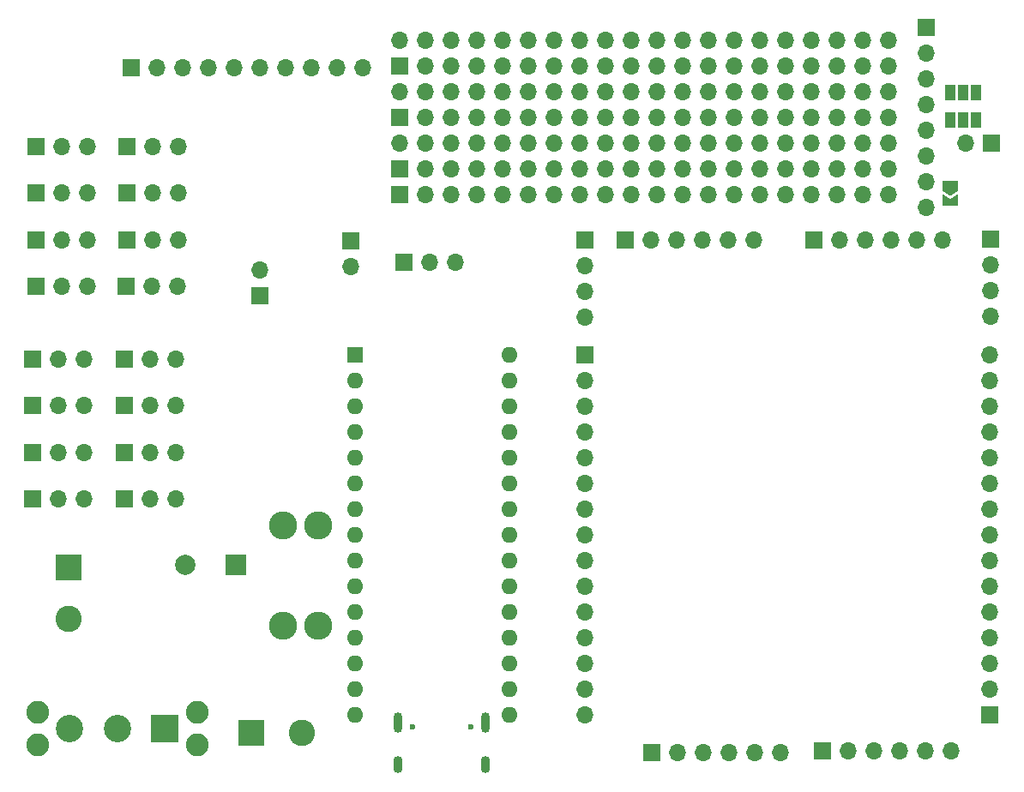
<source format=gbr>
%TF.GenerationSoftware,KiCad,Pcbnew,(6.0.1)*%
%TF.CreationDate,2022-03-16T14:28:33-04:00*%
%TF.ProjectId,2_679_PCB,325f3637-395f-4504-9342-2e6b69636164,rev?*%
%TF.SameCoordinates,Original*%
%TF.FileFunction,Soldermask,Bot*%
%TF.FilePolarity,Negative*%
%FSLAX46Y46*%
G04 Gerber Fmt 4.6, Leading zero omitted, Abs format (unit mm)*
G04 Created by KiCad (PCBNEW (6.0.1)) date 2022-03-16 14:28:33*
%MOMM*%
%LPD*%
G01*
G04 APERTURE LIST*
G04 Aperture macros list*
%AMFreePoly0*
4,1,6,1.000000,0.000000,0.500000,-0.750000,-0.500000,-0.750000,-0.500000,0.750000,0.500000,0.750000,1.000000,0.000000,1.000000,0.000000,$1*%
%AMFreePoly1*
4,1,6,0.500000,-0.750000,-0.650000,-0.750000,-0.150000,0.000000,-0.650000,0.750000,0.500000,0.750000,0.500000,-0.750000,0.500000,-0.750000,$1*%
G04 Aperture macros list end*
%ADD10R,1.700000X1.700000*%
%ADD11O,1.700000X1.700000*%
%ADD12R,2.700000X2.700000*%
%ADD13C,2.700000*%
%ADD14C,2.250000*%
%ADD15R,2.600000X2.600000*%
%ADD16C,2.600000*%
%ADD17C,2.780000*%
%ADD18R,1.600000X1.600000*%
%ADD19O,1.600000X1.600000*%
%ADD20R,2.000000X2.000000*%
%ADD21C,2.000000*%
%ADD22C,0.600000*%
%ADD23O,0.900000X2.000000*%
%ADD24O,0.900000X1.700000*%
%ADD25R,1.000000X1.500000*%
%ADD26FreePoly0,270.000000*%
%ADD27FreePoly1,270.000000*%
G04 APERTURE END LIST*
D10*
%TO.C,J14*%
X162000000Y-98500000D03*
D11*
X164540000Y-98500000D03*
X167080000Y-98500000D03*
X169620000Y-98500000D03*
X172160000Y-98500000D03*
X174700000Y-98500000D03*
%TD*%
D10*
%TO.C,J24*%
X103775000Y-89275000D03*
D11*
X106315000Y-89275000D03*
X108855000Y-89275000D03*
%TD*%
D10*
%TO.C,J20*%
X103775000Y-103075000D03*
D11*
X106315000Y-103075000D03*
X108855000Y-103075000D03*
%TD*%
D10*
%TO.C,REF\u002A\u002A*%
X139700000Y-91440000D03*
D11*
X139700000Y-88900000D03*
X142240000Y-91440000D03*
X142240000Y-88900000D03*
X144780000Y-91440000D03*
X144780000Y-88900000D03*
X147320000Y-91440000D03*
X147320000Y-88900000D03*
X149860000Y-91440000D03*
X149860000Y-88900000D03*
X152400000Y-91440000D03*
X152400000Y-88900000D03*
X154940000Y-91440000D03*
X154940000Y-88900000D03*
X157480000Y-91440000D03*
X157480000Y-88900000D03*
X160020000Y-91440000D03*
X160020000Y-88900000D03*
X162560000Y-91440000D03*
X162560000Y-88900000D03*
X165100000Y-91440000D03*
X165100000Y-88900000D03*
X167640000Y-91440000D03*
X167640000Y-88900000D03*
X170180000Y-91440000D03*
X170180000Y-88900000D03*
X172720000Y-91440000D03*
X172720000Y-88900000D03*
X175260000Y-91440000D03*
X175260000Y-88900000D03*
X177800000Y-91440000D03*
X177800000Y-88900000D03*
X180340000Y-91440000D03*
X180340000Y-88900000D03*
X182880000Y-91440000D03*
X182880000Y-88900000D03*
X185420000Y-91440000D03*
X185420000Y-88900000D03*
X187960000Y-91440000D03*
X187960000Y-88900000D03*
%TD*%
D10*
%TO.C,REF\u002A\u002A*%
X139700000Y-81280000D03*
D11*
X139700000Y-78740000D03*
X142240000Y-81280000D03*
X142240000Y-78740000D03*
X144780000Y-81280000D03*
X144780000Y-78740000D03*
X147320000Y-81280000D03*
X147320000Y-78740000D03*
X149860000Y-81280000D03*
X149860000Y-78740000D03*
X152400000Y-81280000D03*
X152400000Y-78740000D03*
X154940000Y-81280000D03*
X154940000Y-78740000D03*
X157480000Y-81280000D03*
X157480000Y-78740000D03*
X160020000Y-81280000D03*
X160020000Y-78740000D03*
X162560000Y-81280000D03*
X162560000Y-78740000D03*
X165100000Y-81280000D03*
X165100000Y-78740000D03*
X167640000Y-81280000D03*
X167640000Y-78740000D03*
X170180000Y-81280000D03*
X170180000Y-78740000D03*
X172720000Y-81280000D03*
X172720000Y-78740000D03*
X175260000Y-81280000D03*
X175260000Y-78740000D03*
X177800000Y-81280000D03*
X177800000Y-78740000D03*
X180340000Y-81280000D03*
X180340000Y-78740000D03*
X182880000Y-81280000D03*
X182880000Y-78740000D03*
X185420000Y-81280000D03*
X185420000Y-78740000D03*
X187960000Y-81280000D03*
X187960000Y-78740000D03*
%TD*%
D10*
%TO.C,J4*%
X158000000Y-98460000D03*
D11*
X158000000Y-101000000D03*
X158000000Y-103540000D03*
X158000000Y-106080000D03*
%TD*%
D10*
%TO.C,J12*%
X112500000Y-124075000D03*
D11*
X115040000Y-124075000D03*
X117580000Y-124075000D03*
%TD*%
D10*
%TO.C,R10*%
X125875000Y-104040000D03*
D11*
X125875000Y-101500000D03*
%TD*%
D10*
%TO.C,REF\u002A\u002A*%
X139700000Y-93980000D03*
D11*
X142240000Y-93980000D03*
X144780000Y-93980000D03*
X147320000Y-93980000D03*
X149860000Y-93980000D03*
X152400000Y-93980000D03*
X154940000Y-93980000D03*
X157480000Y-93980000D03*
X160020000Y-93980000D03*
X162560000Y-93980000D03*
X165100000Y-93980000D03*
X167640000Y-93980000D03*
X170180000Y-93980000D03*
X172720000Y-93980000D03*
X175260000Y-93980000D03*
X177800000Y-93980000D03*
X180340000Y-93980000D03*
X182880000Y-93980000D03*
X185420000Y-93980000D03*
X187960000Y-93980000D03*
%TD*%
D10*
%TO.C,JP1*%
X134874000Y-98552000D03*
D11*
X134874000Y-101092000D03*
%TD*%
D12*
%TO.C,SW1*%
X116535200Y-146761200D03*
D13*
X111835200Y-146761200D03*
X107135200Y-146761200D03*
D14*
X119735200Y-148361200D03*
X119735200Y-145161200D03*
X103935200Y-148361200D03*
X103935200Y-145161200D03*
%TD*%
D10*
%TO.C,J28*%
X140096000Y-100711000D03*
D11*
X142636000Y-100711000D03*
X145176000Y-100711000D03*
%TD*%
D10*
%TO.C,J10*%
X112500000Y-114875000D03*
D11*
X115040000Y-114875000D03*
X117580000Y-114875000D03*
%TD*%
D15*
%TO.C,J5*%
X106984800Y-130810000D03*
D16*
X106984800Y-135890000D03*
%TD*%
D10*
%TO.C,J18*%
X198000000Y-98450000D03*
D11*
X198000000Y-100990000D03*
X198000000Y-103530000D03*
X198000000Y-106070000D03*
%TD*%
D10*
%TO.C,J2*%
X158000000Y-109855000D03*
D11*
X158000000Y-112395000D03*
X158000000Y-114935000D03*
X158000000Y-117475000D03*
X158000000Y-120015000D03*
X158000000Y-122555000D03*
X158000000Y-125095000D03*
X158000000Y-127635000D03*
X158000000Y-130175000D03*
X158000000Y-132715000D03*
X158000000Y-135255000D03*
X158000000Y-137795000D03*
X158000000Y-140335000D03*
X158000000Y-142875000D03*
X158000000Y-145415000D03*
%TD*%
D10*
%TO.C,J22*%
X112735000Y-89275000D03*
D11*
X115275000Y-89275000D03*
X117815000Y-89275000D03*
%TD*%
D10*
%TO.C,J25*%
X112735000Y-93875000D03*
D11*
X115275000Y-93875000D03*
X117815000Y-93875000D03*
%TD*%
D10*
%TO.C,J7*%
X103500000Y-119475000D03*
D11*
X106040000Y-119475000D03*
X108580000Y-119475000D03*
%TD*%
D10*
%TO.C,REF\u002A\u002A*%
X139700000Y-86360000D03*
D11*
X139700000Y-83820000D03*
X142240000Y-86360000D03*
X142240000Y-83820000D03*
X144780000Y-86360000D03*
X144780000Y-83820000D03*
X147320000Y-86360000D03*
X147320000Y-83820000D03*
X149860000Y-86360000D03*
X149860000Y-83820000D03*
X152400000Y-86360000D03*
X152400000Y-83820000D03*
X154940000Y-86360000D03*
X154940000Y-83820000D03*
X157480000Y-86360000D03*
X157480000Y-83820000D03*
X160020000Y-86360000D03*
X160020000Y-83820000D03*
X162560000Y-86360000D03*
X162560000Y-83820000D03*
X165100000Y-86360000D03*
X165100000Y-83820000D03*
X167640000Y-86360000D03*
X167640000Y-83820000D03*
X170180000Y-86360000D03*
X170180000Y-83820000D03*
X172720000Y-86360000D03*
X172720000Y-83820000D03*
X175260000Y-86360000D03*
X175260000Y-83820000D03*
X177800000Y-86360000D03*
X177800000Y-83820000D03*
X180340000Y-86360000D03*
X180340000Y-83820000D03*
X182880000Y-86360000D03*
X182880000Y-83820000D03*
X185420000Y-86360000D03*
X185420000Y-83820000D03*
X187960000Y-86360000D03*
X187960000Y-83820000D03*
%TD*%
D17*
%TO.C,F1*%
X128219200Y-136615200D03*
X131619200Y-136615200D03*
X128219200Y-126695200D03*
X131619200Y-126695200D03*
%TD*%
D10*
%TO.C,J27*%
X113161600Y-81509000D03*
D11*
X115701600Y-81509000D03*
X118241600Y-81509000D03*
X120781600Y-81509000D03*
X123321600Y-81509000D03*
X125861600Y-81509000D03*
X128401600Y-81509000D03*
X130941600Y-81509000D03*
X133481600Y-81509000D03*
X136021600Y-81509000D03*
%TD*%
D10*
%TO.C,J9*%
X103500000Y-124075000D03*
D11*
X106040000Y-124075000D03*
X108580000Y-124075000D03*
%TD*%
D10*
%TO.C,J16*%
X180594000Y-98475000D03*
D11*
X183134000Y-98475000D03*
X185674000Y-98475000D03*
X188214000Y-98475000D03*
X190754000Y-98475000D03*
X193294000Y-98475000D03*
%TD*%
D10*
%TO.C,J13*%
X112500000Y-110275000D03*
D11*
X115040000Y-110275000D03*
X117580000Y-110275000D03*
%TD*%
D15*
%TO.C,J1*%
X125069600Y-147218400D03*
D16*
X130069600Y-147218400D03*
%TD*%
D18*
%TO.C,A1*%
X135265000Y-109855000D03*
D19*
X135265000Y-112395000D03*
X135265000Y-114935000D03*
X135265000Y-117475000D03*
X135265000Y-120015000D03*
X135265000Y-122555000D03*
X135265000Y-125095000D03*
X135265000Y-127635000D03*
X135265000Y-130175000D03*
X135265000Y-132715000D03*
X135265000Y-135255000D03*
X135265000Y-137795000D03*
X135265000Y-140335000D03*
X135265000Y-142875000D03*
X135265000Y-145415000D03*
X150505000Y-145415000D03*
X150505000Y-142875000D03*
X150505000Y-140335000D03*
X150505000Y-137795000D03*
X150505000Y-135255000D03*
X150505000Y-132715000D03*
X150505000Y-130175000D03*
X150505000Y-127635000D03*
X150505000Y-125095000D03*
X150505000Y-122555000D03*
X150505000Y-120015000D03*
X150505000Y-117475000D03*
X150505000Y-114935000D03*
X150505000Y-112395000D03*
X150505000Y-109855000D03*
%TD*%
D20*
%TO.C,BZ2*%
X123545600Y-130556000D03*
D21*
X118545600Y-130556000D03*
%TD*%
D10*
%TO.C,J8*%
X103500000Y-110275000D03*
D11*
X106040000Y-110275000D03*
X108580000Y-110275000D03*
%TD*%
D10*
%TO.C,J6*%
X103500000Y-114875000D03*
D11*
X106040000Y-114875000D03*
X108580000Y-114875000D03*
%TD*%
D10*
%TO.C,JP2*%
X198125000Y-88900000D03*
D11*
X195585000Y-88900000D03*
%TD*%
D10*
%TO.C,J17*%
X181460000Y-149000000D03*
D11*
X184000000Y-149000000D03*
X186540000Y-149000000D03*
X189080000Y-149000000D03*
X191620000Y-149000000D03*
X194160000Y-149000000D03*
%TD*%
D10*
%TO.C,J11*%
X112500000Y-119475000D03*
D11*
X115040000Y-119475000D03*
X117580000Y-119475000D03*
%TD*%
D10*
%TO.C,J21*%
X103775000Y-93875000D03*
D11*
X106315000Y-93875000D03*
X108855000Y-93875000D03*
%TD*%
D10*
%TO.C,J23*%
X112735000Y-98475000D03*
D11*
X115275000Y-98475000D03*
X117815000Y-98475000D03*
%TD*%
D10*
%TO.C,J29*%
X191643000Y-77470000D03*
D11*
X191643000Y-80010000D03*
X191643000Y-82550000D03*
X191643000Y-85090000D03*
X191643000Y-87630000D03*
X191643000Y-90170000D03*
X191643000Y-92710000D03*
X191643000Y-95250000D03*
%TD*%
D10*
%TO.C,J15*%
X164601600Y-149130000D03*
D11*
X167141600Y-149130000D03*
X169681600Y-149130000D03*
X172221600Y-149130000D03*
X174761600Y-149130000D03*
X177301600Y-149130000D03*
%TD*%
D22*
%TO.C,J30*%
X146704800Y-146620600D03*
X140924800Y-146620600D03*
D23*
X139494800Y-146140600D03*
D24*
X139494800Y-150310600D03*
D23*
X148134800Y-146140600D03*
D24*
X148134800Y-150310600D03*
%TD*%
D10*
%TO.C,J3*%
X197975000Y-145385000D03*
D11*
X197975000Y-142845000D03*
X197975000Y-140305000D03*
X197975000Y-137765000D03*
X197975000Y-135225000D03*
X197975000Y-132685000D03*
X197975000Y-130145000D03*
X197975000Y-127605000D03*
X197975000Y-125065000D03*
X197975000Y-122525000D03*
X197975000Y-119985000D03*
X197975000Y-117445000D03*
X197975000Y-114905000D03*
X197975000Y-112365000D03*
X197975000Y-109825000D03*
%TD*%
D10*
%TO.C,J26*%
X103775000Y-98475000D03*
D11*
X106315000Y-98475000D03*
X108855000Y-98475000D03*
%TD*%
D10*
%TO.C,J19*%
X112650000Y-103050000D03*
D11*
X115190000Y-103050000D03*
X117730000Y-103050000D03*
%TD*%
D25*
%TO.C,SW3*%
X196626000Y-83947000D03*
X195326000Y-83947000D03*
X194026000Y-83947000D03*
%TD*%
%TO.C,SW4*%
X194026000Y-86614000D03*
X195326000Y-86614000D03*
X196626000Y-86614000D03*
%TD*%
D26*
%TO.C,SW5*%
X194056000Y-93128000D03*
D27*
X194056000Y-94578000D03*
%TD*%
M02*

</source>
